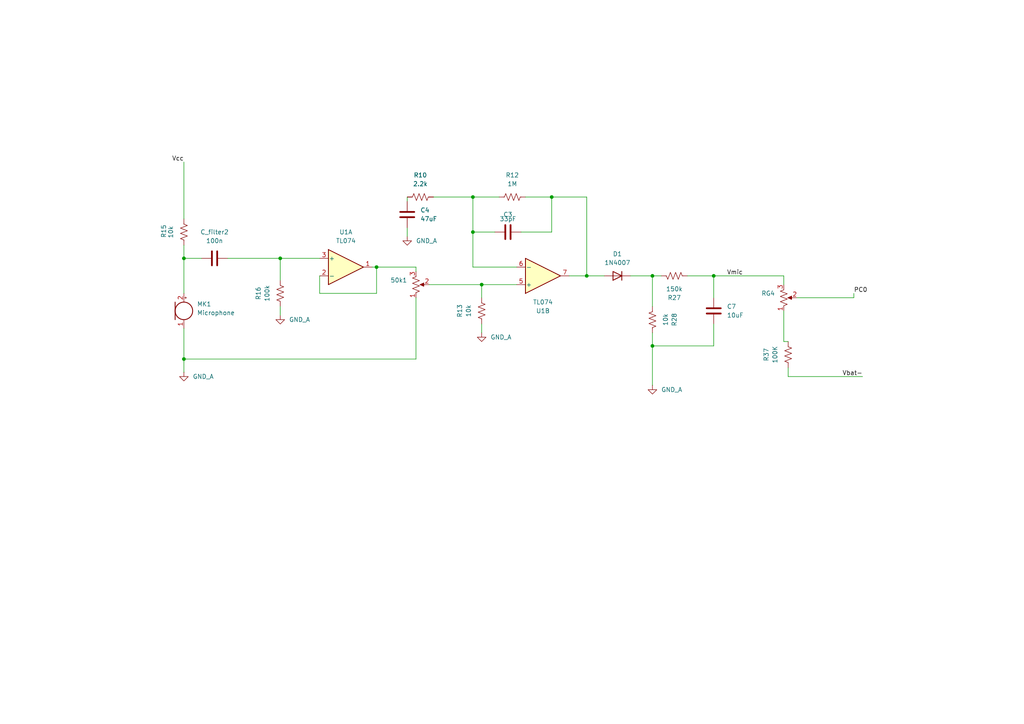
<source format=kicad_sch>
(kicad_sch (version 20250114) (generator "eeschema") (generator_version "9.0")
  (paper "A4")
  (lib_symbols
    (symbol "Amplifier_Operational:TL074" (pin_names (offset 0.127))
      (property "Reference" "U" (at 0 5.08 0))
      (property "Value" "TL074" (at 0 -5.08 0))
      (symbol "TL074_1_1"
        (polyline (pts (xy -5.08 5.08) (xy 5.08 0) (xy -5.08 -5.08) (xy -5.08 5.08)) (stroke (width 0.254)) (fill (type background)))
        (pin input line (at -7.62 2.54 0) (length 2.54) (name "+") (number "3"))
        (pin input line (at -7.62 -2.54 0) (length 2.54) (name "-") (number "2"))
        (pin output line (at 7.62 0 180) (length 2.54) (name "~") (number "1"))
      )
      (symbol "TL074_2_1"
        (polyline (pts (xy -5.08 5.08) (xy 5.08 0) (xy -5.08 -5.08) (xy -5.08 5.08)) (stroke (width 0.254)) (fill (type background)))
        (pin input line (at -7.62 2.54 0) (length 2.54) (name "+") (number "5"))
        (pin input line (at -7.62 -2.54 0) (length 2.54) (name "-") (number "6"))
        (pin output line (at 7.62 0 180) (length 2.54) (name "~") (number "7"))
      )
      (symbol "TL074_3_1"
        (polyline (pts (xy -5.08 5.08) (xy 5.08 0) (xy -5.08 -5.08) (xy -5.08 5.08)) (stroke (width 0.254)) (fill (type background)))
        (pin input line (at -7.62 2.54 0) (length 2.54) (name "+") (number "10"))
        (pin input line (at -7.62 -2.54 0) (length 2.54) (name "-") (number "9"))
        (pin output line (at 7.62 0 180) (length 2.54) (name "~") (number "8"))
      )
      (symbol "TL074_4_1"
        (polyline (pts (xy -5.08 5.08) (xy 5.08 0) (xy -5.08 -5.08) (xy -5.08 5.08)) (stroke (width 0.254)) (fill (type background)))
        (pin input line (at -7.62 2.54 0) (length 2.54) (name "+") (number "12"))
        (pin input line (at -7.62 -2.54 0) (length 2.54) (name "-") (number "13"))
        (pin output line (at 7.62 0 180) (length 2.54) (name "~") (number "14"))
      )
      (symbol "TL074_5_1"
        (pin power_in line (at -2.54 7.62 270) (length 3.81) (name "V+") (number "4"))
        (pin power_in line (at -2.54 -7.62 90) (length 3.81) (name "V-") (number "11"))
      )
    )
    (symbol "Device:C" (pin_numbers (hide yes)) (pin_names (offset 0.254))
      (property "Reference" "C" (at 0.635 2.54 0))
      (property "Value" "C" (at 0.635 -2.54 0))
      (symbol "C_0_1"
        (polyline (pts (xy -2.032 0.762) (xy 2.032 0.762)) (stroke (width 0.508)))
        (polyline (pts (xy -2.032 -0.762) (xy 2.032 -0.762)) (stroke (width 0.508)))
      )
      (symbol "C_1_1"
        (pin passive line (at 0 3.81 270) (length 2.794) (name "~") (number "1"))
        (pin passive line (at 0 -3.81 90) (length 2.794) (name "~") (number "2"))
      )
    )
    (symbol "Device:Microphone" (pin_names (offset 0.0254) (hide yes))
      (property "Reference" "MK" (at -3.81 1.27 0))
      (property "Value" "Microphone" (at -3.81 -0.635 0))
      (symbol "Microphone_0_1"
        (polyline (pts (xy -2.54 2.54) (xy -2.54 -2.54)) (stroke (width 0.254)))
        (circle (center 0 0) (radius 2.54) (stroke (width 0.254)))
        (polyline (pts (xy 0.254 3.81) (xy 0.762 3.81)))
        (polyline (pts (xy 0.508 4.064) (xy 0.508 3.556)))
      )
      (symbol "Microphone_1_1"
        (pin passive line (at 0 5.08 270) (length 2.54) (name "+") (number "2"))
        (pin passive line (at 0 -5.08 90) (length 2.54) (name "-") (number "1"))
      )
    )
    (symbol "Device:R_Potentiometer_US" (pin_names (offset 1.016) (hide yes))
      (property "Reference" "RV" (at -4.445 0 90))
      (property "Value" "R_Potentiometer_US" (at -2.54 0 90))
      (symbol "R_Potentiometer_US_0_1"
        (polyline (pts (xy 0 2.54) (xy 0 2.286)))
        (polyline (pts (xy 0 2.286) (xy 1.016 1.905) (xy 0 1.524) (xy -1.016 1.143) (xy 0 0.762)))
        (polyline (pts (xy 0 0.762) (xy 1.016 0.381) (xy 0 0) (xy -1.016 -0.381) (xy 0 -0.762)))
        (polyline (pts (xy 0 -0.762) (xy 1.016 -1.143) (xy 0 -1.524) (xy -1.016 -1.905) (xy 0 -2.286)))
        (polyline (pts (xy 0 -2.286) (xy 0 -2.54)))
        (polyline (pts (xy 1.143 0) (xy 2.286 0.508) (xy 2.286 -0.508) (xy 1.143 0)) (fill (type outline)))
        (polyline (pts (xy 2.54 0) (xy 1.524 0)))
      )
      (symbol "R_Potentiometer_US_1_1"
        (pin passive line (at 0 3.81 270) (length 1.27) (name "1") (number "1"))
        (pin passive line (at 0 -3.81 90) (length 1.27) (name "3") (number "3"))
        (pin passive line (at 3.81 0 180) (length 1.27) (name "2") (number "2"))
      )
    )
    (symbol "Device:R_US" (pin_numbers (hide yes)) (pin_names (offset 0))
      (property "Reference" "R" (at 2.54 0 90))
      (property "Value" "R_US" (at -2.54 0 90))
      (symbol "R_US_0_1"
        (polyline (pts (xy 0 2.286) (xy 0 2.54)))
        (polyline (pts (xy 0 2.286) (xy 1.016 1.905) (xy 0 1.524) (xy -1.016 1.143) (xy 0 0.762)))
        (polyline (pts (xy 0 0.762) (xy 1.016 0.381) (xy 0 0) (xy -1.016 -0.381) (xy 0 -0.762)))
        (polyline (pts (xy 0 -0.762) (xy 1.016 -1.143) (xy 0 -1.524) (xy -1.016 -1.905) (xy 0 -2.286)))
        (polyline (pts (xy 0 -2.286) (xy 0 -2.54)))
      )
      (symbol "R_US_1_1"
        (pin passive line (at 0 3.81 270) (length 1.27) (name "~") (number "1"))
        (pin passive line (at 0 -3.81 90) (length 1.27) (name "~") (number "2"))
      )
    )
    (symbol "Diode:1N4007" (pin_numbers (hide yes)) (pin_names (hide yes))
      (property "Reference" "D" (at 0 2.54 0))
      (property "Value" "1N4007" (at 0 -2.54 0))
      (symbol "1N4007_0_1"
        (polyline (pts (xy -1.27 1.27) (xy -1.27 -1.27)) (stroke (width 0.254)))
        (polyline (pts (xy 1.27 1.27) (xy 1.27 -1.27) (xy -1.27 0) (xy 1.27 1.27)) (stroke (width 0.254)))
        (polyline (pts (xy 1.27 0) (xy -1.27 0)))
      )
      (symbol "1N4007_1_1"
        (pin passive line (at -3.81 0 0) (length 2.54) (name "K") (number "1"))
        (pin passive line (at 3.81 0 180) (length 2.54) (name "A") (number "2"))
      )
    )
    (symbol "power:GND" (power) (pin_numbers (hide yes)) (pin_names (offset 0) (hide yes))
      (property "Value" "GND" (at 0 -3.81 0))
      (symbol "GND_0_1"
        (polyline (pts (xy 0 0) (xy 0 -1.27) (xy 1.27 -1.27) (xy 0 -2.54) (xy -1.27 -1.27) (xy 0 -1.27)))
      )
      (symbol "GND_1_1"
        (pin power_in line (at 0 0 270) (length 0) (name "~") (number "1"))
      )
    )
  )
  (junction (at 137.16 57.15))
  (junction (at 207.01 80.01))
  (junction (at 81.28 74.93))
  (junction (at 139.7 82.55))
  (junction (at 53.34 104.14))
  (junction (at 189.23 80.01))
  (junction (at 189.23 100.33))
  (junction (at 160.02 57.15))
  (junction (at 170.18 80.01))
  (junction (at 109.22 77.47))
  (junction (at 137.16 67.31))
  (junction (at 53.34 74.93))
  (wire (pts (xy 160.02 57.15) (xy 170.18 57.15)))
  (wire (pts (xy 139.7 82.55) (xy 139.7 86.36)))
  (wire (pts (xy 207.01 80.01) (xy 227.33 80.01)))
  (wire (pts (xy 231.14 86.36) (xy 247.65 86.36)))
  (wire (pts (xy 228.6 109.22) (xy 228.6 106.68)))
  (wire (pts (xy 109.22 77.47) (xy 109.22 85.09)))
  (wire (pts (xy 137.16 77.47) (xy 149.86 77.47)))
  (wire (pts (xy 125.73 57.15) (xy 137.16 57.15)))
  (wire (pts (xy 227.33 90.17) (xy 227.33 99.06)))
  (wire (pts (xy 170.18 57.15) (xy 170.18 80.01)))
  (wire (pts (xy 199.39 80.01) (xy 207.01 80.01)))
  (wire (pts (xy 207.01 100.33) (xy 189.23 100.33)))
  (wire (pts (xy 120.65 78.74) (xy 120.65 77.47)))
  (wire (pts (xy 250.19 109.22) (xy 228.6 109.22)))
  (wire (pts (xy 81.28 74.93) (xy 81.28 81.28)))
  (wire (pts (xy 118.11 66.04) (xy 118.11 68.58)))
  (wire (pts (xy 118.11 57.15) (xy 118.11 58.42)))
  (wire (pts (xy 247.65 86.36) (xy 247.65 85.09)))
  (wire (pts (xy 107.95 77.47) (xy 109.22 77.47)))
  (wire (pts (xy 66.04 74.93) (xy 81.28 74.93)))
  (wire (pts (xy 160.02 67.31) (xy 151.13 67.31)))
  (wire (pts (xy 165.1 80.01) (xy 170.18 80.01)))
  (wire (pts (xy 137.16 57.15) (xy 144.78 57.15)))
  (wire (pts (xy 182.88 80.01) (xy 189.23 80.01)))
  (wire (pts (xy 81.28 88.9) (xy 81.28 91.44)))
  (wire (pts (xy 124.46 82.55) (xy 139.7 82.55)))
  (wire (pts (xy 139.7 82.55) (xy 149.86 82.55)))
  (wire (pts (xy 81.28 74.93) (xy 92.71 74.93)))
  (wire (pts (xy 137.16 67.31) (xy 137.16 77.47)))
  (wire (pts (xy 53.34 74.93) (xy 58.42 74.93)))
  (wire (pts (xy 53.34 95.25) (xy 53.34 104.14)))
  (wire (pts (xy 53.34 46.99) (xy 53.34 63.5)))
  (wire (pts (xy 53.34 71.12) (xy 53.34 74.93)))
  (wire (pts (xy 109.22 77.47) (xy 120.65 77.47)))
  (wire (pts (xy 189.23 80.01) (xy 189.23 88.9)))
  (wire (pts (xy 207.01 80.01) (xy 207.01 86.36)))
  (wire (pts (xy 189.23 100.33) (xy 189.23 111.76)))
  (wire (pts (xy 120.65 86.36) (xy 120.65 104.14)))
  (wire (pts (xy 227.33 80.01) (xy 227.33 82.55)))
  (wire (pts (xy 227.33 99.06) (xy 228.6 99.06)))
  (wire (pts (xy 207.01 93.98) (xy 207.01 100.33)))
  (wire (pts (xy 137.16 67.31) (xy 143.51 67.31)))
  (wire (pts (xy 137.16 57.15) (xy 137.16 67.31)))
  (wire (pts (xy 152.4 57.15) (xy 160.02 57.15)))
  (wire (pts (xy 92.71 85.09) (xy 92.71 80.01)))
  (wire (pts (xy 189.23 80.01) (xy 191.77 80.01)))
  (wire (pts (xy 139.7 93.98) (xy 139.7 96.52)))
  (wire (pts (xy 53.34 74.93) (xy 53.34 85.09)))
  (wire (pts (xy 175.26 80.01) (xy 170.18 80.01)))
  (wire (pts (xy 53.34 104.14) (xy 53.34 107.95)))
  (wire (pts (xy 92.71 85.09) (xy 109.22 85.09)))
  (wire (pts (xy 160.02 57.15) (xy 160.02 67.31)))
  (wire (pts (xy 120.65 104.14) (xy 53.34 104.14)))
  (wire (pts (xy 189.23 96.52) (xy 189.23 100.33)))
  (label "Vcc" (at 53.34 46.99 180))
  (label "Vbat-" (at 250.19 109.22 180))
  (label "Vmic" (at 210.82 80.01 0))
  (label "PC0" (at 247.65 85.09 0))
  (symbol (lib_id "Device:R_US") (at 228.6 102.87 180) (unit 1)
    (property "Reference" "R37" (at 222.25 102.87 90))
    (property "Value" "100K" (at 224.79 102.87 90))
    (property "Description" "Resistor, US symbol" (effects (hide yes)))
  )
  (symbol (lib_id "Device:C") (at 147.32 67.31 90) (unit 1)
    (property "Reference" "C3" (at 147.32 62.23 90))
    (property "Value" "33pF" (at 147.32 63.5 90))
    (property "Description" "Unpolarized capacitor" (effects (hide yes)))
  )
  (symbol (lib_id "Device:C") (at 62.23 74.93 90) (unit 1)
    (property "Reference" "C_filter2" (at 62.23 67.31 90))
    (property "Value" "100n" (at 62.23 69.85 90))
    (property "Description" "Unpolarized capacitor" (effects (hide yes)))
  )
  (symbol (lib_id "Amplifier_Operational:TL074") (at 157.48 80.01 0) (mirror x) (unit 2)
    (property "Reference" "U1" (at 157.48 90.17 0))
    (property "Value" "TL074" (at 157.48 87.63 0))
    (property "Datasheet" "http://www.ti.com/lit/ds/symlink/tl071.pdf" (effects (hide yes)))
    (property "Description" "Quad Low-Noise JFET-Input Operational Amplifiers, DIP-14/SOIC-14" (effects (hide yes)))
  )
  (symbol (lib_id "Device:R_US") (at 148.59 57.15 90) (unit 1)
    (property "Reference" "R12" (at 148.59 50.8 90))
    (property "Value" "1M" (at 148.59 53.34 90))
    (property "Description" "Resistor, US symbol" (effects (hide yes)))
  )
  (symbol (lib_id "Diode:1N4007") (at 179.07 80.01 180) (unit 1)
    (property "Reference" "D1" (at 179.07 73.66 0))
    (property "Value" "1N4007" (at 179.07 76.2 0))
    (property "Footprint" "Diode_THT:D_DO-41_SOD81_P10.16mm_Horizontal" (effects (hide yes)))
    (property "Datasheet" "http://www.vishay.com/docs/88503/1n4001.pdf" (effects (hide yes)))
    (property "Description" "1000V 1A General Purpose Rectifier Diode, DO-41" (effects (hide yes)))
    (property "Sim.Device" "D" (effects (hide yes)))
    (property "Sim.Pins" "1=K 2=A" (effects (hide yes)))
  )
  (symbol (lib_id "Device:R_Potentiometer_US") (at 227.33 86.36 0) (mirror x) (unit 1)
    (property "Reference" "RG4" (at 224.79 85.0899 0) (effects (justify right)))
    (property "Value" "R_Potentiometer_US" (effects (hide yes)))
    (property "Description" "Potentiometer, US symbol" (effects (hide yes)))
  )
  (symbol (lib_id "Device:Microphone") (at 53.34 90.17 0) (unit 1)
    (property "Reference" "MK1" (at 57.15 88.2014 0) (effects (justify left)))
    (property "Value" "Microphone" (at 57.15 90.7414 0) (effects (justify left)))
    (property "Description" "Microphone" (effects (hide yes)))
  )
  (symbol (lib_id "power:GND") (at 53.34 107.95 0) (mirror y) (unit 1)
    (property "Reference" "#PWR05" (effects (hide yes)))
    (property "Value" "GND_A" (at 55.88 109.2199 0) (effects (justify right)))
    (property "Description" "Power symbol creates a global label with name \"GND\" , ground" (effects (hide yes)))
  )
  (symbol (lib_id "Device:R_US") (at 121.92 57.15 90) (unit 1)
    (property "Reference" "R10" (at 121.92 50.8 90))
    (property "Value" "2.2k" (at 121.92 53.34 90))
    (property "Description" "Resistor, US symbol" (effects (hide yes)))
  )
  (symbol (lib_id "Device:R_US") (at 139.7 90.17 180) (unit 1)
    (property "Reference" "R13" (at 133.35 90.17 90))
    (property "Value" "10k" (at 135.89 90.17 90))
    (property "Description" "Resistor, US symbol" (effects (hide yes)))
  )
  (symbol (lib_id "power:GND") (at 81.28 91.44 0) (mirror y) (unit 1)
    (property "Reference" "#PWR07" (effects (hide yes)))
    (property "Value" "GND_A" (at 83.82 92.7099 0) (effects (justify right)))
    (property "Description" "Power symbol creates a global label with name \"GND\" , ground" (effects (hide yes)))
  )
  (symbol (lib_id "power:GND") (at 189.23 111.76 0) (mirror y) (unit 1)
    (property "Reference" "#PWR015" (effects (hide yes)))
    (property "Value" "GND_A" (at 191.77 113.0299 0) (effects (justify right)))
    (property "Description" "Power symbol creates a global label with name \"GND\" , ground" (effects (hide yes)))
  )
  (symbol (lib_id "Device:R_US") (at 53.34 67.31 180) (unit 1)
    (property "Reference" "R15" (at 47.498 67.056 90))
    (property "Value" "10k" (at 49.53 67.31 90))
    (property "Description" "Resistor, US symbol" (effects (hide yes)))
  )
  (symbol (lib_id "power:GND") (at 118.11 68.58 0) (mirror y) (unit 1)
    (property "Reference" "#PWR08" (effects (hide yes)))
    (property "Value" "GND_A" (at 120.65 69.8499 0) (effects (justify right)))
    (property "Description" "Power symbol creates a global label with name \"GND\" , ground" (effects (hide yes)))
  )
  (symbol (lib_id "Amplifier_Operational:TL074") (at 100.33 77.47 0) (unit 1)
    (property "Reference" "U1" (at 100.33 67.31 0))
    (property "Value" "TL074" (at 100.33 69.85 0))
    (property "Datasheet" "http://www.ti.com/lit/ds/symlink/tl071.pdf" (effects (hide yes)))
    (property "Description" "Quad Low-Noise JFET-Input Operational Amplifiers, DIP-14/SOIC-14" (effects (hide yes)))
  )
  (symbol (lib_id "Device:R_US") (at 81.28 85.09 180) (unit 1)
    (property "Reference" "R16" (at 74.93 85.09 90))
    (property "Value" "100k" (at 77.47 85.09 90))
    (property "Description" "Resistor, US symbol" (effects (hide yes)))
  )
  (symbol (lib_id "Device:C") (at 207.01 90.17 0) (unit 1)
    (property "Reference" "C7" (at 210.82 88.8999 0) (effects (justify left)))
    (property "Value" "10uF" (at 210.82 91.4399 0) (effects (justify left)))
    (property "Description" "Unpolarized capacitor" (effects (hide yes)))
  )
  (symbol (lib_id "Device:R_US") (at 195.58 80.01 90) (mirror x) (unit 1)
    (property "Reference" "R27" (at 195.58 86.36 90))
    (property "Value" "150k" (at 195.58 83.82 90))
    (property "Description" "Resistor, US symbol" (effects (hide yes)))
  )
  (symbol (lib_id "Device:R_US") (at 189.23 92.71 0) (mirror x) (unit 1)
    (property "Reference" "R28" (at 195.58 92.71 90))
    (property "Value" "10k" (at 193.04 92.71 90))
    (property "Description" "Resistor, US symbol" (effects (hide yes)))
  )
  (symbol (lib_id "Device:R_Potentiometer_US") (at 120.65 82.55 0) (mirror x) (unit 1)
    (property "Reference" "50k1" (at 118.11 81.2799 0) (effects (justify right)))
    (property "Value" "R_Potentiometer_US" (effects (hide yes)))
    (property "Description" "Potentiometer, US symbol" (effects (hide yes)))
  )
  (symbol (lib_id "Device:C") (at 118.11 62.23 180) (unit 1)
    (property "Reference" "C4" (at 121.92 60.9599 0) (effects (justify right)))
    (property "Value" "47uF" (at 121.92 63.4999 0) (effects (justify right)))
    (property "Description" "Unpolarized capacitor" (effects (hide yes)))
  )
  (symbol (lib_id "power:GND") (at 139.7 96.52 0) (mirror y) (unit 1)
    (property "Reference" "#PWR012" (effects (hide yes)))
    (property "Value" "GND_A" (at 142.24 97.7899 0) (effects (justify right)))
    (property "Description" "Power symbol creates a global label with name \"GND\" , ground" (effects (hide yes)))
  )
)
</source>
